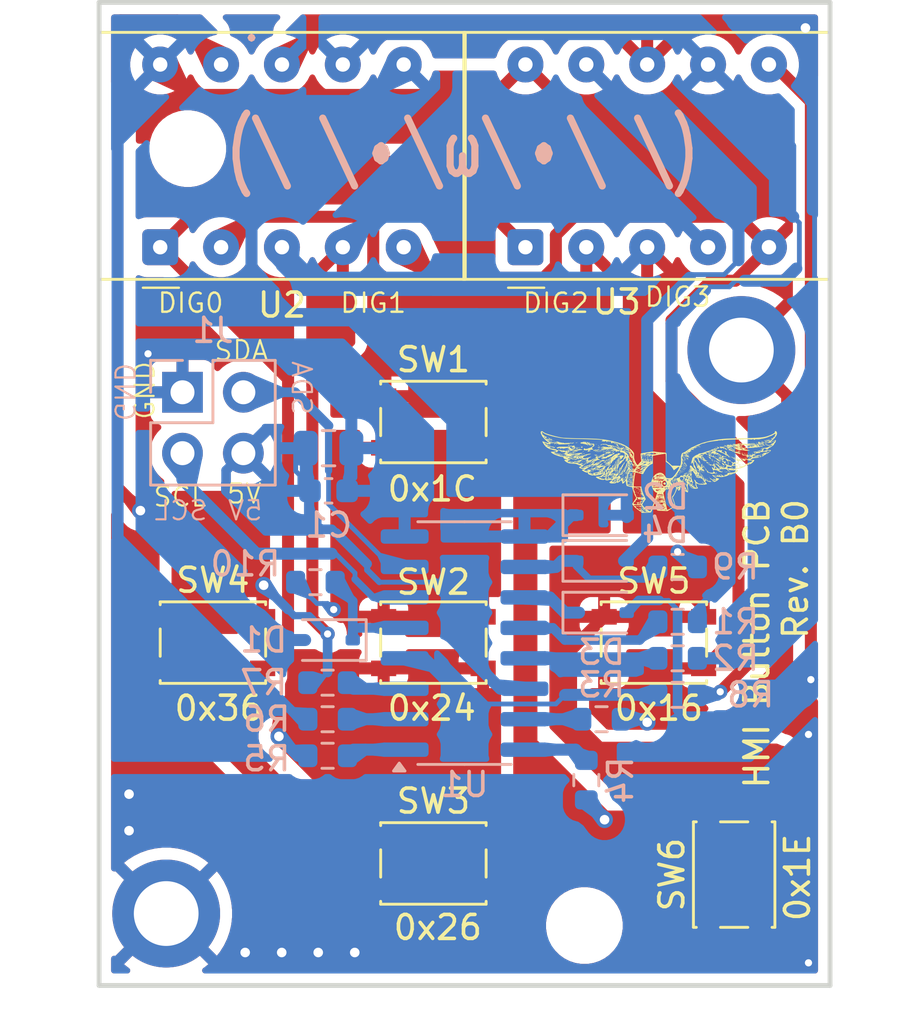
<source format=kicad_pcb>
(kicad_pcb (version 20241229) (generator "pcbnew") (generator_version "9.0")
  (title_block (title "HMI Button PCB") (date "2025-08-01") (rev "B0"))
  (layers (0 "F.Cu" signal) (2 "B.Cu" signal) (13 "F.Paste" user) (15 "B.Paste" user) (5 "F.SilkS" user "F.Silkscreen") (7 "B.SilkS" user "B.Silkscreen") (1 "F.Mask" user) (3 "B.Mask" user) (25 "Edge.Cuts" user))
  (net 0 "")
  (net 1 "Net-(D1-A)")
  (net 2 "/DIG0")
  (net 3 "/DIG1")
  (net 4 "Net-(D2-A)")
  (net 5 "Net-(D3-A)")
  (net 6 "/DIG3")
  (net 7 "/DIG2")
  (net 8 "Net-(D4-A)")
  (net 9 "GND")
  (net 10 "+5V")
  (net 11 "/SCL")
  (net 12 "/SDA")
  (net 13 "/SEG0")
  (net 14 "Net-(U1-SEG0)")
  (net 15 "/SEG1")
  (net 16 "Net-(U1-SEG1)")
  (net 17 "/SEG2")
  (net 18 "Net-(U1-SEG2)")
  (net 19 "/SEG3")
  (net 20 "Net-(U1-SEG3)")
  (net 21 "Net-(U1-SEG4)")
  (net 22 "/SEG4")
  (net 23 "/SEG5")
  (net 24 "Net-(U1-SEG5)")
  (net 25 "/SEG6")
  (net 26 "Net-(U1-SEG6)")
  (net 27 "/SEG7")
  (net 28 "Net-(U1-SEG7)")
  (net 29 "Net-(R9-Pad1)")
  (net 30 "Net-(R10-Pad1)")
  (footprint "Button_Switch_SMD:SW_SPST_PTS810" (layer "F.Cu") (at 143.95 97.5)
    (property "Reference" "SW1")
    (property "Value" "SW_Push_45deg")
  )
  (footprint "MountingHole:MountingHole_2.7mm_M2.5_ISO7380" (layer "F.Cu") (at 150.25 118.5)
    (property "Reference" "H2")
    (property "Value" "MountingHole")
  )
  (footprint "Button_Switch_SMD:SW_SPST_PTS810" (layer "F.Cu") (at 153.15 106.7 180)
    (property "Reference" "SW5")
    (property "Value" "SW_Push_45deg")
  )
  (footprint "Button_Switch_SMD:SW_SPST_PTS810" (layer "F.Cu") (at 134.75 106.7)
    (property "Reference" "SW4")
    (property "Value" "SW_Push_45deg")
  )
  (footprint "MountingHole:MountingHole_2.7mm_M2.5_ISO14580_Pad_TopBottom" (layer "F.Cu") (at 156.8 94.5)
    (property "Reference" "H3")
    (property "Value" "MountingHole_Pad")
  )
  (footprint "Button_Switch_SMD:SW_SPST_PTS810" (layer "F.Cu") (at 156.5 116.375 90)
    (property "Reference" "SW6")
    (property "Value" "SW_Push_45deg")
  )
  (footprint "This:7seg_2dig" (layer "F.Cu") (at 132.55 90.21 90)
    (property "Reference" "U2")
    (property "Value" "2281AS")
  )
  (footprint "This:maglab_logo" (layer "F.Cu") (at 153.378 99.608)
    (property "Reference" "G***" (hide yes))
    (property "Value" "LOGO" (hide yes))
  )
  (footprint "Button_Switch_SMD:SW_SPST_PTS810" (layer "F.Cu") (at 143.95 106.7 180)
    (property "Reference" "SW2")
    (property "Value" "SW_Push_45deg")
  )
  (footprint "This:7seg_2dig" (layer "F.Cu") (at 147.79 90.21 90)
    (property "Reference" "U3")
    (property "Value" "2281AS")
  )
  (footprint "Button_Switch_SMD:SW_SPST_PTS810" (layer "F.Cu") (at 143.95 115.91)
    (property "Reference" "SW3")
    (property "Value" "SW_Push_45deg")
  )
  (footprint "MountingHole:MountingHole_2.7mm_M2.5_ISO14580_Pad_TopBottom" (layer "F.Cu") (at 132.8 118)
    (property "Reference" "H4")
    (property "Value" "MountingHole_Pad")
  )
  (footprint "Resistor_SMD:R_0603_1608Metric" (layer "B.Cu") (at 139.535 108.371)
    (property "Reference" "R7")
    (property "Value" "330")
  )
  (footprint "Resistor_SMD:R_0603_1608Metric" (layer "B.Cu") (at 150.33 112.435 90)
    (property "Reference" "R4")
    (property "Value" "330")
  )
  (footprint "Resistor_SMD:R_0603_1608Metric" (layer "B.Cu") (at 154.14 108.879 180)
    (property "Reference" "R8")
    (property "Value" "330")
  )
  (footprint "Diode_SMD:D_SOD-323" (layer "B.Cu") (at 150.965 103.291)
    (property "Reference" "D4")
    (property "Value" "D")
  )
  (footprint "Resistor_SMD:R_0603_1608Metric" (layer "B.Cu") (at 139.027 104.18)
    (property "Reference" "R10")
    (property "Value" "10k")
  )
  (footprint "Resistor_SMD:R_0603_1608Metric" (layer "B.Cu") (at 154.14 103.545 180)
    (property "Reference" "R9")
    (property "Value" "10k")
  )
  (footprint "Capacitor_SMD:C_0603_1608Metric" (layer "B.Cu") (at 139.576 100.37)
    (property "Reference" "C1")
    (property "Value" "100n")
  )
  (footprint "Resistor_SMD:R_0603_1608Metric" (layer "B.Cu") (at 139.535 111.419)
    (property "Reference" "R5")
    (property "Value" "330")
  )
  (footprint "Diode_SMD:D_SOD-323" (layer "B.Cu") (at 139.535 106.593 180)
    (property "Reference" "D1")
    (property "Value" "D")
  )
  (footprint "Diode_SMD:D_SOD-323" (layer "B.Cu") (at 150.965 101.386)
    (property "Reference" "D2")
    (property "Value" "D")
  )
  (footprint "Capacitor_SMD:C_0805_2012Metric" (layer "B.Cu") (at 139.576 98.592)
    (property "Reference" "C2" (hide yes))
    (property "Value" "1u")
  )
  (footprint "Package_SO:SOP-16_3.9x9.9mm_P1.27mm" (layer "B.Cu") (at 145.25 106.72)
    (property "Reference" "U1")
    (property "Value" "CH455G")
  )
  (footprint "Resistor_SMD:R_0603_1608Metric" (layer "B.Cu") (at 154.14 107.355 180)
    (property "Reference" "R2")
    (property "Value" "330")
  )
  (footprint "Connector_PinSocket_2.54mm:PinSocket_2x02_P2.54mm_Vertical" (layer "B.Cu") (at 133.48 96.26 180)
    (property "Reference" "J1")
    (property "Value" "IIC_IF")
  )
  (footprint "Resistor_SMD:R_0603_1608Metric" (layer "B.Cu") (at 150.965 109.895 180)
    (property "Reference" "R3")
    (property "Value" "330")
  )
  (footprint "MountingHole:MountingHole_2.7mm_M2.5_ISO7380" (layer "B.Cu") (at 133.7 86.1 180)
    (property "Reference" "H1")
    (property "Value" "MountingHole")
  )
  (footprint "Resistor_SMD:R_0603_1608Metric" (layer "B.Cu") (at 139.535 109.895)
    (property "Reference" "R6")
    (property "Value" "330")
  )
  (footprint "Resistor_SMD:R_0603_1608Metric" (layer "B.Cu") (at 154.14 105.831 180)
    (property "Reference" "R1")
    (property "Value" "330")
  )
  (footprint "Diode_SMD:D_SOD-323" (layer "B.Cu") (at 150.965 105.45)
    (property "Reference" "D3")
    (property "Value" "D")
  )
  (gr_line (start 160.5 121) (end 160.5 80) (stroke (width 0.2)) (layer "Edge.Cuts"))
  (gr_line (start 130 121) (end 160.5 121) (stroke (width 0.2)) (layer "Edge.Cuts"))
  (gr_line (start 130 80) (end 130 121) (stroke (width 0.2)) (layer "Edge.Cuts"))
  (gr_line (start 160.5 80) (end 130 80) (stroke (width 0.2)) (layer "Edge.Cuts"))
  (gr_text "0x36" (at 133.058 110.022 0) (layer "F.SilkS") (effects (font (size 1 1)) (justify left bottom)))
  (gr_text "DIG0" (at 133.82 93.004 0) (layer "F.SilkS") (effects (font (size 0.8 0.8) (thickness 0.1)) (justify bottom)))
  (gr_text "0x26" (at 142.202 119.166 0) (layer "F.SilkS") (effects (font (size 1 1)) (justify left bottom)))
  (gr_text "SDA" (at 134.75 94.99 0) (layer "F.SilkS") (effects (font (size 0.8 0.8) (thickness 0.09)) (justify left bottom)))
  (gr_text "SCL" (at 132.21 101.086 0) (layer "F.SilkS") (effects (font (size 0.8 0.8) (thickness 0.09)) (justify left bottom)))
  (gr_text "DIG2" (at 149.06 93.004 0) (layer "F.SilkS") (effects (font (size 0.8 0.8) (thickness 0.1)) (justify bottom)))
  (gr_text "${TITLE}\nRev. ${REVISION}" (at 159.642 100.624 90) (layer "F.SilkS") (effects (font (size 1 1)) (justify right bottom)))
  (gr_text "5V" (at 135.28 100.96 0) (layer "F.SilkS") (effects (font (size 0.8 0.8) (thickness 0.09)) (justify left bottom)))
  (gr_text "DIG1" (at 141.44 93.004 0) (layer "F.SilkS") (effects (font (size 0.8 0.8) (thickness 0.1)) (justify bottom)))
  (gr_text "DIG3" (at 154.14 92.75 0) (layer "F.SilkS") (effects (font (size 0.8 0.8) (thickness 0.1)) (justify bottom)))
  (gr_text "0x24" (at 141.948 110.022 0) (layer "F.SilkS") (effects (font (size 1 1)) (justify left bottom)))
  (gr_text "GND" (at 132.38 97.46 90) (layer "F.SilkS") (effects (font (size 0.8 0.8) (thickness 0.09)) (justify left bottom)))
  (gr_text "0x1E" (at 159.728 118.404 90) (layer "F.SilkS") (effects (font (size 1 1)) (justify left bottom)))
  (gr_text "0x1C" (at 141.948 100.878 0) (layer "F.SilkS") (effects (font (size 1 1)) (justify left bottom)))
  (gr_text "0x16" (at 151.426012 110.022 0) (layer "F.SilkS") (effects (font (size 1 1)) (justify left bottom)))
  (gr_text "•" (at 136.36 81.066 180) (layer "B.SilkS") (effects (font (size 0.8 0.8) (thickness 0.1)) (justify bottom mirror)))
  (gr_text "GND" (at 130.58 97.53 270) (layer "B.SilkS") (effects (font (size 0.8 0.8) (thickness 0.09)) (justify left bottom mirror)))
  (gr_text "SDA" (at 137.98 97.26 270) (layer "B.SilkS") (effects (font (size 0.8 0.8) (thickness 0.09)) (justify left bottom mirror)))
  (gr_text "SCL" (at 134.58 101.66 0) (layer "B.SilkS") (effects (font (size 0.8 0.8) (thickness 0.09)) (justify left bottom mirror)))
  (gr_text "(⁄ ⁄•⁄ω⁄•⁄ ⁄)" (at 145.164 87.416 0) (layer "B.SilkS") (effects (font (size 2.2 1.55) (thickness 0.3) (bold yes)) (justify bottom mirror)))
  (gr_text "5V" (at 136.88 101.66 0) (layer "B.SilkS") (effects (font (size 0.8 0.8) (thickness 0.09)) (justify left bottom mirror)))
  (segment (start 133.251 80.751) (end 130.901 80.751) (width 0.5) (layer "F.Cu") (net 1))
  (segment (start 135.09 82.59) (end 133.251 80.751) (width 0.5) (layer "F.Cu") (net 1))
  (segment (start 130.901 80.751) (end 130.772 80.88) (width 0.5) (layer "F.Cu") (net 1))
  (segment (start 130.8165 100.2875) (end 131.7245 101.1955) (width 0.5) (layer "F.Cu") (net 1))
  (segment (start 135.09 82.59) (end 134.704 82.59) (width 0.2) (layer "F.Cu") (net 1))
  (segment (start 130.772 80.88) (end 130.772 100.2875) (width 0.5) (layer "F.Cu") (net 1))
  (via (at 131.7245 101.1955) (size 0.7) (drill 0.4) (layers "F.Cu" "B.Cu") (net 1))
  (segment (start 137.122 106.593) (end 138.5975 106.593) (width 0.5) (layer "B.Cu") (net 1))
  (segment (start 131.7245 101.1955) (end 137.122 106.593) (width 0.5) (layer "B.Cu") (net 1))
  (segment (start 139.852 104.243) (end 139.852 104.18) (width 0.2) (layer "B.Cu") (net 2))
  (segment (start 140.585 104.976) (end 139.852 104.243) (width 0.4) (layer "B.Cu") (net 2))
  (segment (start 140.5995 106.212) (end 140.585 106.212) (width 0.4) (layer "B.Cu") (net 2))
  (segment (start 140.7265 106.085) (end 140.5995 106.212) (width 0.4) (layer "B.Cu") (net 2))
  (segment (start 142.75 106.085) (end 140.7265 106.085) (width 0.4) (layer "B.Cu") (net 2))
  (segment (start 140.585 106.593) (end 140.585 104.976) (width 0.4) (layer "B.Cu") (net 2))
  (segment (start 140.585 106.2265) (end 140.585 106.593) (width 0.4) (layer "B.Cu") (net 2))
  (segment (start 140.5995 106.212) (end 140.585 106.2265) (width 0.4) (layer "B.Cu") (net 2))
  (segment (start 148.806 102.275) (end 149.695 101.386) (width 0.5) (layer "B.Cu") (net 3))
  (segment (start 149.695 101.386) (end 149.915 101.386) (width 0.5) (layer "B.Cu") (net 3))
  (segment (start 147.75 102.275) (end 148.806 102.275) (width 0.5) (layer "B.Cu") (net 3))
  (segment (start 145.758 93.004) (end 138.011 93.004) (width 0.5) (layer "B.Cu") (net 4))
  (segment (start 152.015 99.261) (end 145.758 93.004) (width 0.5) (layer "B.Cu") (net 4))
  (segment (start 152.015 101.4645) (end 152.015 99.515) (width 0.5) (layer "B.Cu") (net 4))
  (segment (start 138.011 93.004) (end 136.36 91.353) (width 0.5) (layer "B.Cu") (net 4))
  (segment (start 152.015 99.515) (end 152.015 99.261) (width 0.5) (layer "B.Cu") (net 4))
  (segment (start 136.36 88.94) (end 142.71 82.59) (width 0.5) (layer "B.Cu") (net 4))
  (segment (start 136.36 91.353) (end 136.36 88.94) (width 0.5) (layer "B.Cu") (net 4))
  (segment (start 158.148 82.59) (end 157.95 82.59) (width 0.2) (layer "F.Cu") (net 5))
  (segment (start 159.7 84.142) (end 158.148 82.59) (width 0.5) (layer "F.Cu") (net 5))
  (segment (start 159.7 108.244) (end 159.7 84.142) (width 0.5) (layer "F.Cu") (net 5))
  (via (at 159.7 108.244) (size 0.6) (drill 0.3) (layers "F.Cu" "B.Cu") (net 5))
  (segment (start 154.14 109.505532) (end 154.402468 109.768) (width 0.4) (layer "B.Cu") (net 5))
  (segment (start 154.14 105.45) (end 154.14 109.505532) (width 0.4) (layer "B.Cu") (net 5))
  (segment (start 158.176 109.768) (end 159.7 108.244) (width 0.5) (layer "B.Cu") (net 5))
  (segment (start 155.791 109.768) (end 158.176 109.768) (width 0.5) (layer "B.Cu") (net 5))
  (segment (start 152.523 104.942) (end 153.378 104.942) (width 0.4) (layer "B.Cu") (net 5))
  (segment (start 152.015 105.45) (end 152.523 104.942) (width 0.4) (layer "B.Cu") (net 5))
  (segment (start 154.14 105.323) (end 154.14 105.45) (width 0.2) (layer "B.Cu") (net 5))
  (segment (start 153.759 104.942) (end 154.14 105.323) (width 0.2) (layer "B.Cu") (net 5))
  (segment (start 153.378 104.942) (end 153.759 104.942) (width 0.2) (layer "B.Cu") (net 5))
  (segment (start 154.402468 109.768) (end 155.791 109.768) (width 0.4) (layer "B.Cu") (net 5))
  (segment (start 148.806 104.815) (end 149.441 105.45) (width 0.5) (layer "B.Cu") (net 6))
  (segment (start 149.441 105.45) (end 150.0275 105.45) (width 0.5) (layer "B.Cu") (net 6))
  (segment (start 147.75 104.815) (end 148.806 104.815) (width 0.5) (layer "B.Cu") (net 6))
  (segment (start 152.807 104.053) (end 153.315 103.545) (width 0.2) (layer "B.Cu") (net 7))
  (segment (start 149.915 103.511) (end 150.457 104.053) (width 0.3) (layer "B.Cu") (net 7))
  (segment (start 149.915 103.291) (end 149.915 103.511) (width 0.3) (layer "B.Cu") (net 7))
  (segment (start 149.06 103.545) (end 149.314 103.291) (width 0.5) (layer "B.Cu") (net 7))
  (segment (start 149.314 103.291) (end 149.915 103.291) (width 0.5) (layer "B.Cu") (net 7))
  (segment (start 147.75 103.545) (end 149.06 103.545) (width 0.5) (layer "B.Cu") (net 7))
  (segment (start 150.457 104.053) (end 152.807 104.053) (width 0.3) (layer "B.Cu") (net 7))
  (segment (start 154.775 91.353) (end 156.08 91.353) (width 0.2) (layer "B.Cu") (net 8))
  (segment (start 152.87 102.3235) (end 152.87 93.258) (width 0.5) (layer "B.Cu") (net 8))
  (segment (start 156.68 90.753) (end 156.68 88.94) (width 0.5) (layer "B.Cu") (net 8))
  (segment (start 151.9025 103.291) (end 152.87 102.3235) (width 0.5) (layer "B.Cu") (net 8))
  (segment (start 156.08 91.353) (end 156.68 90.753) (width 0.2) (layer "B.Cu") (net 8))
  (segment (start 156.68 88.94) (end 150.33 82.59) (width 0.5) (layer "B.Cu") (net 8))
  (segment (start 152.87 93.258) (end 154.648 91.48) (width 0.5) (layer "B.Cu") (net 8))
  (segment (start 154.648 91.48) (end 154.775 91.353) (width 0.2) (layer "B.Cu") (net 8))
  (segment (start 159.474 111.038) (end 158.712 110.276) (width 0.2) (layer "F.Cu") (net 9))
  (segment (start 158.712 110.276) (end 158.712 96.412) (width 0.5) (layer "F.Cu") (net 9))
  (segment (start 132.8 118) (end 135.199 120.399) (width 0.2) (layer "F.Cu") (net 9))
  (segment (start 130.889 116.089) (end 132.8 118) (width 0.2) (layer "F.Cu") (net 9))
  (segment (start 135.199 120.399) (end 158.241 120.399) (width 0.2) (layer "F.Cu") (net 9))
  (segment (start 132.423 104.112) (end 131.25 105.285) (width 0.2) (layer "F.Cu") (net 9))
  (segment (start 131.25 105.285) (end 131.25 113.02) (width 0.2) (layer "F.Cu") (net 9))
  (segment (start 131.915 96.26) (end 131.915 99.735) (width 0.2) (layer "F.Cu") (net 9))
  (segment (start 132.423 100.243) (end 132.423 104.112) (width 0.2) (layer "F.Cu") (net 9))
  (segment (start 130.889 114.905) (end 130.889 116.089) (width 0.2) (layer "F.Cu") (net 9))
  (segment (start 133.48 96.26) (end 131.915 96.26) (width 0.2) (layer "F.Cu") (net 9))
  (segment (start 159.474 119.166) (end 159.474 111.038) (width 0.2) (layer "F.Cu") (net 9))
  (segment (start 131.915 99.735) (end 132.423 100.243) (width 0.2) (layer "F.Cu") (net 9))
  (segment (start 131.25 113.02) (end 131.25 114.544) (width 0.2) (layer "F.Cu") (net 9))
  (segment (start 158.712 96.412) (end 156.8 94.5) (width 0.2) (layer "F.Cu") (net 9))
  (segment (start 131.25 114.544) (end 130.889 114.905) (width 0.2) (layer "F.Cu") (net 9))
  (segment (start 158.241 120.399) (end 159.474 119.166) (width 0.2) (layer "F.Cu") (net 9))
  (via (at 132.042 94.655) (size 0.6) (drill 0.3) (layers "F.Cu" "B.Cu") (net 9))
  (via (at 159.601 120.055) (size 0.6) (drill 0.3) (layers "F.Cu" "B.Cu") (net 9))
  (via (at 131.25 113.02) (size 0.7) (drill 0.4) (layers "F.Cu" "B.Cu") (net 9))
  (via (at 137.62 119.624) (size 0.7) (drill 0.4) (layers "F.Cu" "B.Cu") (net 9))
  (via (at 136.096 119.624) (size 0.7) (drill 0.4) (layers "F.Cu" "B.Cu") (net 9))
  (via (at 131.25 114.544) (size 0.7) (drill 0.4) (layers "F.Cu" "B.Cu") (net 9))
  (via (at 159.601 110.53) (size 0.6) (drill 0.3) (layers "F.Cu" "B.Cu") (net 9))
  (via (at 140.668 119.624) (size 0.7) (drill 0.4) (layers "F.Cu" "B.Cu") (net 9))
  (via (at 139.144 119.624) (size 0.7) (drill 0.4) (layers "F.Cu" "B.Cu") (net 9))
  (segment (start 133.48 94.782) (end 133.48 96.26) (width 0.2) (layer "B.Cu") (net 9))
  (segment (start 142.75 96.854) (end 140.678 94.782) (width 0.2) (layer "B.Cu") (net 9))
  (segment (start 140.678 94.782) (end 133.48 94.782) (width 0.2) (layer "B.Cu") (net 9))
  (segment (start 142.75 102.275) (end 142.75 98.592) (width 0.2) (layer "B.Cu") (net 9))
  (segment (start 142.75 98.592) (end 142.75 96.854) (width 0.2) (layer "B.Cu") (net 9))
  (segment (start 139.1975 101.9775) (end 137.9775 101.9775) (width 0.5) (layer "B.Cu") (net 10))
  (segment (start 137.9775 101.9775) (end 137.1 101.1) (width 0.5) (layer "B.Cu") (net 10))
  (segment (start 139.703 101.975) (end 139.2 101.975) (width 0.4) (layer "B.Cu") (net 10))
  (segment (start 143.98 104.18) (end 141.694 104.18) (width 0.2) (layer "B.Cu") (net 10))
  (segment (start 138.204 99.547) (end 138.204 98.592) (width 0.2) (layer "B.Cu") (net 10))
  (segment (start 146.750001 108.625) (end 145.25 107.124999) (width 0.5) (layer "B.Cu") (net 10))
  (segment (start 136.02 98.8) (end 135.3 99.52) (width 0.4) (layer "B.Cu") (net 10))
  (segment (start 139.897 102.129) (end 139.857 102.129) (width 0.4) (layer "B.Cu") (net 10))
  (segment (start 147.75 108.625) (end 146.750001 108.625) (width 0.2) (layer "B.Cu") (net 10))
  (segment (start 139.2 101.975) (end 139.1975 101.9775) (width 0.4) (layer "B.Cu") (net 10))
  (segment (start 139.857 102.129) (end 139.703 101.975) (width 0.4) (layer "B.Cu") (net 10))
  (segment (start 138.379 99.722) (end 138.204 99.547) (width 0.2) (layer "B.Cu") (net 10))
  (segment (start 135.3 99.52) (end 135.3 100.3) (width 0.4) (layer "B.Cu") (net 10))
  (segment (start 141.186 103.672) (end 141.186 103.418) (width 0.25) (layer "B.Cu") (net 10))
  (segment (start 141.186 103.418) (end 139.897 102.129) (width 0.4) (layer "B.Cu") (net 10))
  (segment (start 136.02 98.82) (end 136.02 98.8) (width 0.5) (layer "B.Cu") (net 10))
  (segment (start 138.204 98.592) (end 138.204 98.304) (width 0.2) (layer "B.Cu") (net 10))
  (segment (start 138.379 100.37) (end 138.379 99.722) (width 0.2) (layer "B.Cu") (net 10))
  (segment (start 145.25 105.45) (end 144.234 104.434) (width 0.5) (layer "B.Cu") (net 10))
  (segment (start 141.694 104.18) (end 141.186 103.672) (width 0.25) (layer "B.Cu") (net 10))
  (segment (start 137.02 97.8) (end 136.02 98.8) (width 0.2) (layer "B.Cu") (net 10))
  (segment (start 144.234 104.434) (end 143.98 104.18) (width 0.4) (layer "B.Cu") (net 10))
  (segment (start 145.25 107.124999) (end 145.25 105.45) (width 0.5) (layer "B.Cu") (net 10))
  (segment (start 139.87 102.991) (end 140.678 103.799) (width 0.2) (layer "B.Cu") (net 11))
  (segment (start 139.703 102.991) (end 139.87 102.991) (width 0.2) (layer "B.Cu") (net 11))
  (segment (start 140.678 103.799) (end 140.678 104.053) (width 0.2) (layer "B.Cu") (net 11))
  (segment (start 141.44 104.815) (end 140.678 104.053) (width 0.3) (layer "B.Cu") (net 11))
  (segment (start 136.568 102.991) (end 133.48 99.903) (width 0.5) (layer "B.Cu") (net 11))
  (segment (start 133.48 99.903) (end 133.48 98.8) (width 0.5) (layer "B.Cu") (net 11))
  (segment (start 142.75 104.815) (end 141.44 104.815) (width 0.3) (layer "B.Cu") (net 11))
  (segment (start 136.568 102.991) (end 139.703 102.991) (width 0.5) (layer "B.Cu") (net 11))
  (segment (start 142.75 103.545) (end 142.202 103.545) (width 0.2) (layer "B.Cu") (net 12))
  (segment (start 138.179 96.26) (end 136.02 96.26) (width 0.4) (layer "B.Cu") (net 12))
  (segment (start 142.202 103.545) (end 139.576 100.919) (width 0.2) (layer "B.Cu") (net 12))
  (segment (start 139.576 100.919) (end 139.576 99.586) (width 0.2) (layer "B.Cu") (net 12))
  (segment (start 139.576 97.657) (end 138.179 96.26) (width 0.4) (layer "B.Cu") (net 12))
  (segment (start 139.576 99.538) (end 139.576 97.705) (width 0.3) (layer "B.Cu") (net 12))
  (segment (start 156.086 102.991) (end 156.086 104.18) (width 0.2) (layer "B.Cu") (net 13))
  (segment (start 158.585 91.607) (end 156.934 91.607) (width 0.5) (layer "B.Cu") (net 13))
  (segment (start 153.886 93.385) (end 153.886 100.791) (width 0.5) (layer "B.Cu") (net 13))
  (segment (start 155.41 82.59) (end 154.14 81.32) (width 0.5) (layer "B.Cu") (net 13))
  (segment (start 155.283 91.988) (end 153.886 93.385) (width 0.5) (layer "B.Cu") (net 13))
  (segment (start 154.965 105.301) (end 156.086 104.18) (width 0.3) (layer "B.Cu") (net 13))
  (segment (start 156.299 91.861) (end 155.283 91.861) (width 0.2) (layer "B.Cu") (net 13))
  (segment (start 155.283 91.861) (end 155.283 91.988) (width 0.2) (layer "B.Cu") (net 13))
  (segment (start 156.934 91.607) (end 156.553 91.607) (width 0.2) (layer "B.Cu") (net 13))
  (segment (start 153.886 100.791) (end 154.8185 101.7235) (width 0.5) (layer "B.Cu") (net 13))
  (segment (start 158.839 88.813) (end 158.966 88.94) (width 0.5) (layer "B.Cu") (net 13))
  (segment (start 154.14 81.32) (end 141.44 81.32) (width 0.5) (layer "B.Cu") (net 13))
  (segment (start 159.22 89.194) (end 159.22 90.972) (width 0.2) (layer "B.Cu") (net 13))
  (segment (start 154.8185 101.7235) (end 156.086 102.991) (width 0.2) (layer "B.Cu") (net 13))
  (segment (start 159.093 91.099) (end 158.585 91.607) (width 0.5) (layer "B.Cu") (net 13))
  (segment (start 158.839 86.019) (end 158.839 88.813) (width 0.5) (layer "B.Cu") (net 13))
  (segment (start 159.22 90.972) (end 159.093 91.099) (width 0.2) (layer "B.Cu") (net 13))
  (segment (start 154.965 105.831) (end 154.965 105.301) (width 0.3) (layer "B.Cu") (net 13))
  (segment (start 156.553 91.607) (end 156.299 91.861) (width 0.2) (layer "B.Cu") (net 13))
  (segment (start 155.41 82.59) (end 158.839 86.019) (width 0.5) (layer "B.Cu") (net 13))
  (segment (start 141.44 81.32) (end 140.17 82.59) (width 0.5) (layer "B.Cu") (net 13))
  (segment (start 158.966 88.94) (end 159.22 89.194) (width 0.2) (layer "B.Cu") (net 13))
  (segment (start 147.75 106.085) (end 148.933 106.085) (width 0.4) (layer "B.Cu") (net 14))
  (segment (start 152.553 106.593) (end 153.315 105.831) (width 0.4) (layer "B.Cu") (net 14))
  (segment (start 148.933 106.085) (end 149.441 106.593) (width 0.4) (layer "B.Cu") (net 14))
  (segment (start 149.441 106.593) (end 152.553 106.593) (width 0.4) (layer "B.Cu") (net 14))
  (segment (start 152.87 80.812) (end 152.87 82.59) (width 0.5) (layer "F.Cu") (net 15))
  (segment (start 139.408 80.812) (end 137.63 82.59) (width 0.5) (layer "F.Cu") (net 15))
  (segment (start 159.22 80.812) (end 159.474 81.066) (width 0.5) (layer "F.Cu") (net 15))
  (segment (start 152.87 80.812) (end 139.408 80.812) (width 0.5) (layer "F.Cu") (net 15))
  (segment (start 153.594339 80.812) (end 159.22 80.812) (width 0.5) (layer "F.Cu") (net 15))
  (segment (start 153.594339 80.812) (end 152.87 80.812) (width 0.5) (layer "F.Cu") (net 15))
  (via (at 159.474 81.066) (size 0.7) (drill 0.4) (layers "F.Cu" "B.Cu") (net 15))
  (segment (start 159.728 103.739) (end 159.728 92.369) (width 0.5) (layer "B.Cu") (net 15))
  (segment (start 159.728 91.734) (end 159.855 91.607) (width 0.2) (layer "B.Cu") (net 15))
  (segment (start 154.965 107.355) (end 156.112 107.355) (width 0.5) (layer "B.Cu") (net 15))
  (segment (start 159.855 91.607) (end 159.855 88.94) (width 0.2) (layer "B.Cu") (net 15))
  (segment (start 159.728 81.32) (end 159.474 81.066) (width 0.4) (layer "B.Cu") (net 15))
  (segment (start 159.728 92.369) (end 159.728 91.734) (width 0.2) (layer "B.Cu") (net 15))
  (segment (start 159.728 88.686) (end 159.728 81.32) (width 0.4) (layer "B.Cu") (net 15))
  (segment (start 159.855 88.813) (end 159.728 88.686) (width 0.2) (layer "B.Cu") (net 15))
  (segment (start 159.855 88.94) (end 159.855 88.813) (width 0.2) (layer "B.Cu") (net 15))
  (segment (start 156.112 107.355) (end 159.728 103.739) (width 0.5) (layer "B.Cu") (net 15))
  (segment (start 147.75 107.355) (end 153.315 107.355) (width 0.5) (layer "B.Cu") (net 16))
  (segment (start 155.225 107.775) (end 155.425 107.775) (width 0.2) (layer "F.Cu") (net 17))
  (segment (start 152.87 96.306) (end 152.87 90.21) (width 0.5) (layer "F.Cu") (net 17))
  (segment (start 156.68 106.32) (end 156.68 100.116) (width 0.5) (layer "F.Cu") (net 17))
  (segment (start 151.075 107.775) (end 152.87 107.775) (width 0.5) (layer "F.Cu") (net 17))
  (segment (start 156.68 100.116) (end 152.87 96.306) (width 0.5) (layer "F.Cu") (net 17))
  (segment (start 152.87 107.775) (end 155.225 107.775) (width 0.5) (layer "F.Cu") (net 17))
  (segment (start 155.225 107.775) (end 156.68 106.32) (width 0.5) (layer "F.Cu") (net 17))
  (segment (start 152.87 110.022) (end 152.87 107.775) (width 0.2) (layer "F.Cu") (net 17))
  (via (at 152.87 110.022) (size 0.7) (drill 0.4) (layers "F.Cu" "B.Cu") (net 17))
  (segment (start 152.743 109.895) (end 152.87 110.022) (width 0.2) (layer "B.Cu") (net 17))
  (segment (start 151.6 91.48) (end 138.138 91.48) (width 0.5) (layer "B.Cu") (net 17))
  (segment (start 138.138 91.48) (end 137.63 90.972) (width 0.5) (layer "B.Cu") (net 17))
  (segment (start 137.63 90.972) (end 137.63 90.21) (width 0.5) (layer "B.Cu") (net 17))
  (segment (start 152.87 90.21) (end 151.6 91.48) (width 0.5) (layer "B.Cu") (net 17))
  (segment (start 151.79 109.895) (end 152.743 109.895) (width 0.5) (layer "B.Cu") (net 17))
  (segment (start 150.14 109.895) (end 147.75 109.895) (width 0.5) (layer "B.Cu") (net 18))
  (segment (start 140.932 88.94) (end 141.44 89.448) (width 0.5) (layer "F.Cu") (net 19))
  (segment (start 151.306 114.3) (end 151.092 114.086) (width 0.5) (layer "F.Cu") (net 19))
  (segment (start 155.425 118.45) (end 155.425 114.3) (width 0.5) (layer "F.Cu") (net 19))
  (segment (start 136.36 88.94) (end 140.932 88.94) (width 0.5) (layer "F.Cu") (net 19))
  (segment (start 135.09 90.21) (end 136.36 88.94) (width 0.5) (layer "F.Cu") (net 19))
  (segment (start 141.875 96.425) (end 146.025 96.425) (width 0.5) (layer "F.Cu") (net 19))
  (segment (start 141.44 89.448) (end 141.44 94.274) (width 0.5) (layer "F.Cu") (net 19))
  (segment (start 146.025 96.425) (end 147.655 96.425) (width 0.5) (layer "F.Cu") (net 19))
  (segment (start 155.425 114.3) (end 151.306 114.3) (width 0.5) (layer "F.Cu") (net 19))
  (segment (start 147.79 96.56) (end 147.79 110.784) (width 1) (layer "F.Cu") (net 19))
  (segment (start 147.79 110.784) (end 151.092 114.086) (width 0.5) (layer "F.Cu") (net 19))
  (segment (start 150.33 93.75) (end 150.33 90.21) (width 0.5) (layer "F.Cu") (net 19))
  (segment (start 141.44 94.274) (end 141.948 94.782) (width 0.5) (layer "F.Cu") (net 19))
  (segment (start 141.948 94.782) (end 141.948 96.352) (width 0.5) (layer "F.Cu") (net 19))
  (segment (start 147.655 96.425) (end 150.33 93.75) (width 0.5) (layer "F.Cu") (net 19))
  (segment (start 141.948 96.352) (end 141.875 96.425) (width 0.5) (layer "F.Cu") (net 19))
  (segment (start 147.655 96.425) (end 147.79 96.56) (width 0.2) (layer "F.Cu") (net 19))
  (via (at 151.092 114.086) (size 0.7) (drill 0.4) (layers "F.Cu" "B.Cu") (net 19))
  (segment (start 150.33 113.324) (end 151.092 114.086) (width 0.5) (layer "B.Cu") (net 19))
  (segment (start 150.33 113.26) (end 150.33 113.324) (width 0.2) (layer "B.Cu") (net 19))
  (segment (start 149.885 111.165) (end 147.75 111.165) (width 0.5) (layer "B.Cu") (net 20))
  (segment (start 150.33 111.61) (end 149.885 111.165) (width 0.5) (layer "B.Cu") (net 20))
  (segment (start 142.75 111.165) (end 140.614 111.165) (width 0.5) (layer "B.Cu") (net 21))
  (segment (start 140.614 111.165) (end 140.36 111.419) (width 0.2) (layer "B.Cu") (net 21))
  (segment (start 141.875 114.835) (end 141.675 114.835) (width 0.2) (layer "F.Cu") (net 22))
  (segment (start 132.55 90.21) (end 134.582 88.178) (width 0.5) (layer "F.Cu") (net 22))
  (segment (start 138.646 107.863) (end 138.646 108.371) (width 0.5) (layer "F.Cu") (net 22))
  (segment (start 137.884 95.544) (end 132.55 90.21) (width 0.5) (layer "F.Cu") (net 22))
  (segment (start 137.503 109.514) (end 137.503 110.612) (width 0.5) (layer "F.Cu") (net 22))
  (segment (start 134.582 88.178) (end 145.758 88.178) (width 0.5) (layer "F.Cu") (net 22))
  (segment (start 141.875 107.775) (end 138.734 107.775) (width 0.5) (layer "F.Cu") (net 22))
  (segment (start 137.884 107.101) (end 137.884 95.544) (width 0.5) (layer "F.Cu") (net 22))
  (segment (start 138.646 107.863) (end 137.884 107.101) (width 0.5) (layer "F.Cu") (net 22))
  (segment (start 133.023343 90.21) (end 132.55 90.21) (width 0.2) (layer "F.Cu") (net 22))
  (segment (start 146.025 107.775) (end 141.875 107.775) (width 0.5) (layer "F.Cu") (net 22))
  (segment (start 138.734 107.775) (end 138.646 107.863) (width 0.2) (layer "F.Cu") (net 22))
  (segment (start 132.55 90.25) (end 132.55 90.21) (width 0.5) (layer "F.Cu") (net 22))
  (segment (start 138.646 108.371) (end 137.503 109.514) (width 0.5) (layer "F.Cu") (net 22))
  (segment (start 141.875 114.835) (end 146.025 114.835) (width 0.5) (layer "F.Cu") (net 22))
  (segment (start 145.758 88.178) (end 147.79 90.21) (width 0.5) (layer "F.Cu") (net 22))
  (segment (start 141.675 114.835) (end 137.503 110.663) (width 0.5) (layer "F.Cu") (net 22))
  (segment (start 137.503 110.663) (end 137.503 110.612) (width 0.2) (layer "F.Cu") (net 22))
  (via (at 137.503 110.612) (size 0.7) (drill 0.4) (layers "F.Cu" "B.Cu") (net 22))
  (segment (start 138.31 111.419) (end 137.503 110.612) (width 0.5) (layer "B.Cu") (net 22))
  (segment (start 138.71 111.419) (end 138.31 111.419) (width 0.5) (layer "B.Cu") (net 22))
  (segment (start 132.55 82.59) (end 133.82 83.86) (width 0.5) (layer "F.Cu") (net 23))
  (segment (start 133.82 83.86) (end 146.52 83.86) (width 0.5) (layer "F.Cu") (net 23))
  (segment (start 146.52 83.86) (end 147.79 82.59) (width 0.5) (layer "F.Cu") (net 23))
  (segment (start 138.392 109.895) (end 130.884 102.387) (width 0.4) (layer "B.Cu") (net 23))
  (segment (start 138.71 109.895) (end 138.392 109.895) (width 0.2) (layer "B.Cu") (net 23))
  (segment (start 130.884 102.387) (end 130.772 102.275) (width 0.2) (layer "B.Cu") (net 23))
  (segment (start 130.772 102.275) (end 130.772 84.368) (width 0.5) (layer "B.Cu") (net 23))
  (segment (start 130.772 84.368) (end 132.55 82.59) (width 0.5) (layer "B.Cu") (net 23))
  (segment (start 142.75 109.895) (end 140.36 109.895) (width 0.5) (layer "B.Cu") (net 24))
  (segment (start 136.825 105.625) (end 136.825 104.35) (width 0.5) (layer "F.Cu") (net 25))
  (segment (start 140.17 90.21) (end 140.17 89.829) (width 0.5) (layer "F.Cu") (net 25))
  (segment (start 138.9 105.704) (end 138.9 95.544) (width 0.5) (layer "F.Cu") (net 25))
  (segment (start 138.9 95.544) (end 140.17 94.274) (width 0.5) (layer "F.Cu") (net 25))
  (segment (start 132.675 105.625) (end 136.825 105.625) (width 0.5) (layer "F.Cu") (net 25))
  (segment (start 139.535 106.339) (end 138.9 105.704) (width 0.5) (layer "F.Cu") (net 25))
  (segment (start 140.17 94.274) (end 140.17 90.209998) (width 0.5) (layer "F.Cu") (net 25))
  (segment (start 136.825 104.35) (end 136.868 104.307) (width 0.2) (layer "F.Cu") (net 25))
  (via (at 139.535 106.339) (size 0.6) (drill 0.3) (layers "F.Cu" "B.Cu") (net 25))
  (via (at 136.868 104.307) (size 0.7) (drill 0.4) (layers "F.Cu" "B.Cu") (net 25))
  (segment (start 138.71 108.371) (end 139.11 108.371) (width 0.2) (layer "B.Cu") (net 25))
  (segment (start 138.138 105.577) (end 137.884 105.323) (width 0.3) (layer "B.Cu") (net 25))
  (segment (start 154.14 88.94) (end 141.44 88.94) (width 0.5) (layer "B.Cu") (net 25))
  (segment (start 139.535 107.946) (end 139.535 106.339) (width 0.4) (layer "B.Cu") (net 25))
  (segment (start 138.773 105.577) (end 138.138 105.577) (width 0.3) (layer "B.Cu") (net 25))
  (segment (start 137.884 105.323) (end 136.868 104.307) (width 0.4) (layer "B.Cu") (net 25))
  (segment (start 141.44 88.94) (end 140.17 90.21) (width 0.5) (layer "B.Cu") (net 25))
  (segment (start 140.17 90.21) (end 140.17 90.209998) (width 0.2) (layer "B.Cu") (net 25))
  (segment (start 139.535 106.339) (end 138.773 105.577) (width 0.3) (layer "B.Cu") (net 25))
  (segment (start 139.11 108.371) (end 139.535 107.946) (width 0.2) (layer "B.Cu") (net 25))
  (segment (start 155.41 90.21) (end 154.14 88.94) (width 0.5) (layer "B.Cu") (net 25))
  (segment (start 140.614 108.625) (end 140.36 108.371) (width 0.2) (layer "B.Cu") (net 26))
  (segment (start 142.75 108.625) (end 140.614 108.625) (width 0.5) (layer "B.Cu") (net 26))
  (segment (start 143.98 91.48) (end 142.71 90.21) (width 0.5) (layer "F.Cu") (net 27))
  (segment (start 153.886 95.798) (end 153.886 93.258) (width 0.5) (layer "F.Cu") (net 27))
  (segment (start 157.95 90.21) (end 156.68 88.94) (width 0.5) (layer "F.Cu") (net 27))
  (segment (start 149.06 89.702) (end 149.06 90.972) (width 0.5) (layer "F.Cu") (net 27))
  (segment (start 157.696 99.608) (end 153.886 95.798) (width 0.5) (layer "F.Cu") (net 27))
  (segment (start 155.537 91.607) (end 156.553 91.607) (width 0.5) (layer "F.Cu") (net 27))
  (segment (start 157.696 106.974) (end 157.696 99.608) (width 0.5) (layer "F.Cu") (net 27))
  (segment (start 156.68 88.94) (end 149.822 88.94) (width 0.5) (layer "F.Cu") (net 27))
  (segment (start 155.918 108.752) (end 157.696 106.974) (width 0.5) (layer "F.Cu") (net 27))
  (segment (start 153.886 93.258) (end 155.537 91.607) (width 0.5) (layer "F.Cu") (net 27))
  (segment (start 149.06 90.972) (end 148.552 91.48) (width 0.5) (layer "F.Cu") (net 27))
  (segment (start 149.822 88.94) (end 149.06 89.702) (width 0.5) (layer "F.Cu") (net 27))
  (segment (start 148.552 91.48) (end 143.98 91.48) (width 0.5) (layer "F.Cu") (net 27))
  (segment (start 156.553 91.607) (end 157.95 90.21) (width 0.5) (layer "F.Cu") (net 27))
  (via (at 155.918 108.752) (size 0.6) (drill 0.3) (layers "F.Cu" "B.Cu") (net 27))
  (segment (start 155.791 108.879) (end 155.918 108.752) (width 0.2) (layer "B.Cu") (net 27))
  (segment (start 154.965 108.879) (end 155.791 108.879) (width 0.5) (layer "B.Cu") (net 27))
  (segment (start 149.06 109.26) (end 149.441 108.879) (width 0.2) (layer "B.Cu") (net 28))
  (segment (start 142.75 107.355) (end 143.568032 107.355) (width 0.2) (layer "B.Cu") (net 28))
  (segment (start 149.441 108.879) (end 153.315 108.879) (width 0.5) (layer "B.Cu") (net 28))
  (segment (start 145.473032 109.26) (end 149.06 109.26) (width 0.2) (layer "B.Cu") (net 28))
  (segment (start 143.568032 107.355) (end 145.473032 109.26) (width 0.5) (layer "B.Cu") (net 28))
  (segment (start 154.725 119.624) (end 151.561 116.46) (width 0.5) (layer "F.Cu") (net 29))
  (segment (start 134.781 109.819) (end 136.825 107.775) (width 0.5) (layer "F.Cu") (net 29))
  (segment (start 151.075 105.625) (end 149.695 107.005) (width 0.5) (layer "F.Cu") (net 29))
  (segment (start 157.575 113.838) (end 157.575 114.3) (width 0.2) (layer "F.Cu") (net 29))
  (segment (start 157.575 118.45) (end 157.575 114.3) (width 0.5) (layer "F.Cu") (net 29))
  (segment (start 132.675 107.775) (end 132.675 107.785) (width 0.2) (layer "F.Cu") (net 29))
  (segment (start 154.688 104.688) (end 155.225 105.225) (width 0.5) (layer "F.Cu") (net 29))
  (segment (start 154.288 104.688) (end 154.14 104.54) (width 0.2) (layer "F.Cu") (net 29))
  (segment (start 151.561 116.46) (end 147.896 116.46) (width 0.5) (layer "F.Cu") (net 29))
  (segment (start 150.884 111.084) (end 154.821 111.084) (width 0.5) (layer "F.Cu") (net 29))
  (segment (start 156.797 119.624) (end 154.725 119.624) (width 0.5) (layer "F.Cu") (net 29))
  (segment (start 149.695 107.005) (end 149.695 109.895) (width 0.5) (layer "F.Cu") (net 29))
  (segment (start 141.875 116.985) (end 134.709 109.819) (width 0.5) (layer "F.Cu") (net 29))
  (segment (start 157.575 118.45) (end 157.575 118.846) (width 0.5) (layer "F.Cu") (net 29))
  (segment (start 157.575 118.846) (end 156.797 119.624) (width 0.5) (layer "F.Cu") (net 29))
  (segment (start 154.821 111.084) (end 157.575 113.838) (width 0.5) (layer "F.Cu") (net 29))
  (segment (start 147.896 116.46) (end 147.272 117.084) (width 0.5) (layer "F.Cu") (net 29))
  (segment (start 134.709 109.819) (end 134.781 109.819) (width 0.2) (layer "F.Cu") (net 29))
  (segment (start 149.695 109.895) (end 150.884 111.084) (width 0.5) (layer "F.Cu") (net 29))
  (segment (start 146.025 116.985) (end 147.173 116.985) (width 0.2) (layer "F.Cu") (net 29))
  (segment (start 132.675 107.785) (end 134.709 109.819) (width 0.5) (layer "F.Cu") (net 29))
  (segment (start 154.288 104.688) (end 154.688 104.688) (width 0.5) (layer "F.Cu") (net 29))
  (segment (start 154.14 104.54) (end 154.14 102.91) (width 0.2) (layer "F.Cu") (net 29))
  (segment (start 155.225 105.625) (end 151.075 105.625) (width 0.5) (layer "F.Cu") (net 29))
  (segment (start 147.173 116.985) (end 147.272 117.084) (width 0.2) (layer "F.Cu") (net 29))
  (segment (start 146.025 116.985) (end 141.875 116.985) (width 0.5) (layer "F.Cu") (net 29))
  (segment (start 155.225 105.225) (end 155.225 105.625) (width 0.5) (layer "F.Cu") (net 29))
  (via (at 154.14 102.91) (size 0.6) (drill 0.3) (layers "F.Cu" "B.Cu") (net 29))
  (segment (start 154.775 103.545) (end 154.14 102.91) (width 0.5) (layer "B.Cu") (net 29))
  (segment (start 154.965 103.545) (end 154.775 103.545) (width 0.5) (layer "B.Cu") (net 29))
  (segment (start 141.875 105.625) (end 146.025 105.625) (width 0.5) (layer "F.Cu") (net 30))
  (segment (start 141.875 105.625) (end 140.091 105.625) (width 0.5) (layer "F.Cu") (net 30))
  (segment (start 141.875 105.625) (end 141.875 98.575) (width 0.5) (layer "F.Cu") (net 30))
  (segment (start 141.875 98.575) (end 146.025 98.575) (width 0.5) (layer "F.Cu") (net 30))
  (segment (start 140.091 105.625) (end 139.789 105.323) (width 0.5) (layer "F.Cu") (net 30))
  (via (at 139.789 105.323) (size 0.6) (drill 0.3) (layers "F.Cu" "B.Cu") (net 30))
  (segment (start 138.202 104.18) (end 139.091 105.069) (width 0.2) (layer "B.Cu") (net 30))
  (segment (start 139.535 105.069) (end 139.789 105.323) (width 0.2) (layer "B.Cu") (net 30))
  (segment (start 139.091 105.069) (end 139.535 105.069) (width 0.2) (layer "B.Cu") (net 30))
  (zone (net 17) (net_name "/SEG2") (layer "F.Cu") (priority 20) (connect_pads (clearance 0.5)) (min_thickness 0.25) (fill yes (thermal_gap 0.5) (thermal_bridge_width 0.5) (island_removal_mode 1) (island_area_min 10))
    (polygon (pts (xy 151.854 102.148) (xy 156.68 102.148) (xy 156.68 100.116) (xy 152.87 96.306) (xy 152.87 93.258) (xy 155.156 90.972) (xy 155.156 90.464) (xy 151.854 90.464)))
  )
  (zone (net 22) (net_name "/SEG4") (layer "F.Cu") (priority 14) (connect_pads (clearance 0.5)) (min_thickness 0.25) (fill yes (thermal_gap 0.5) (thermal_bridge_width 0.5))
    (polygon (pts (xy 138.138 96.306) (xy 138.138 89.448) (xy 142.456 89.448) (xy 143.98 90.972) (xy 148.552 90.972) (xy 148.552 89.194) (xy 149.06 88.686) (xy 149.06 86.4) (xy 131.534 86.4) (xy 131.534 89.702)))
  )
  (zone (net 15) (net_name "/SEG1") (layer "F.Cu") (priority 24) (connect_pads (clearance 0.5)) (min_thickness 0.25) (fill yes (thermal_gap 0.5) (thermal_bridge_width 0.5) (island_removal_mode 1) (island_area_min 10))
    (polygon (pts (xy 160.49 80.05) (xy 160.49 83.86) (xy 158.966 82.336) (xy 136.614 82.336) (xy 138.9 80.05)))
  )
  (zone (net 23) (net_name "/SEG5") (layer "F.Cu") (priority 23) (connect_pads (clearance 0.5)) (min_thickness 0.25) (fill yes (thermal_gap 0.5) (thermal_bridge_width 0.5) (island_removal_mode 1) (island_area_min 10))
    (polygon (pts (xy 146.52 82.844) (xy 147.79 81.574) (xy 149.06 82.844) (xy 149.06 85.892) (xy 131.534 85.892) (xy 131.534 82.59) (xy 133.566 82.59) (xy 133.82 82.844)))
  )
  (zone (net 29) (net_name "Net-(R9-Pad1)") (layer "F.Cu") (priority 21) (connect_pads (clearance 0.5)) (min_thickness 0.25) (fill yes (thermal_gap 0.5) (thermal_bridge_width 0.5) (island_removal_mode 1) (island_area_min 10))
    (polygon (pts (xy 156.172 106.232) (xy 156.172 102.656) (xy 148.679 102.656) (xy 148.679 110.149) (xy 151.727 113.197) (xy 156.68 113.197) (xy 156.68 119.801) (xy 157.823 119.801) (xy 159.22 118.404) (xy 159.22 110.911) (xy 150.965 110.911) (xy 149.822 109.768) (xy 149.822 106.455821) (xy 155.94954 106.436944)))
  )
  (zone (net 30) (net_name "Net-(R10-Pad1)") (layer "F.Cu") (priority 17) (connect_pads (clearance 0.5)) (min_thickness 0.25) (fill yes (thermal_gap 0.5) (thermal_bridge_width 0.5) (island_removal_mode 1) (island_area_min 10))
    (polygon (pts (xy 139.408 106.466) (xy 146.774 106.466) (xy 146.774 97.703) (xy 139.408 97.703)))
  )
  (zone (net 29) (net_name "Net-(R9-Pad1)") (layer "F.Cu") (priority 19) (connect_pads (clearance 0.5)) (min_thickness 0.25) (fill yes (thermal_gap 0.5) (thermal_bridge_width 0.5) (island_removal_mode 1) (island_area_min 10))
    (polygon (pts (xy 154.394 119.039) (xy 154.394 116.245) (xy 141.567 116.245) (xy 136.868 111.546) (xy 136.868 108.498) (xy 137.376 107.99) (xy 137.376 107.101) (xy 131.915 107.101) (xy 131.915 108.117) (xy 142.837 119.039)))
  )
  (zone (net 17) (net_name "/SEG2") (layer "F.Cu") (priority 3) (connect_pads (clearance 0.5)) (min_thickness 0.25) (fill yes (thermal_gap 0.5) (thermal_bridge_width 0.5))
    (polygon (pts (xy 155.918 106.974) (xy 150.584 106.974) (xy 150.33 107.228) (xy 150.33 109.768) (xy 151.092 110.53) (xy 154.394 110.53) (xy 155.918 109.006)))
  )
  (zone (net 19) (net_name "/SEG3") (layer "F.Cu") (priority 22) (connect_pads (clearance 0.5)) (min_thickness 0.25) (fill yes (thermal_gap 0.5) (thermal_bridge_width 0.5) (island_removal_mode 1) (island_area_min 10))
    (polygon (pts (xy 154.902 118.912) (xy 156.299 118.912) (xy 156.299 113.705) (xy 151.219 113.705) (xy 148.298 110.784) (xy 147.282 110.784) (xy 147.282 115.356) (xy 154.902 115.356)))
  )
  (zone (net 22) (net_name "/SEG4") (layer "F.Cu") (priority 16) (connect_pads (clearance 0.5)) (min_thickness 0.25) (fill yes (thermal_gap 0.5) (thermal_bridge_width 0.5) (island_removal_mode 1) (island_area_min 10))
    (polygon (pts (xy 146.774 115.737) (xy 146.774 106.974) (xy 137.757 106.974) (xy 137.757 110.657) (xy 142.837 115.737)))
  )
  (zone (net 9) (net_name "GND") (layer "F.Cu") (connect_pads (clearance 0.5)) (min_thickness 0.25) (fill yes (thermal_gap 0.5) (thermal_bridge_width 0.5) (island_removal_mode 2) (island_area_min 1))
    (polygon (pts (xy 130.01 80.05) (xy 160.49 80.05) (xy 160.49 120.944) (xy 130.01 120.944)))
  )
  (zone (net 27) (net_name "/SEG7") (layer "F.Cu") (priority 26) (connect_pads (clearance 0.5)) (min_thickness 0.25) (fill yes (thermal_gap 0.5) (thermal_bridge_width 0.5) (island_removal_mode 1) (island_area_min 10))
    (polygon (pts (xy 149.568 89.956) (xy 158.966 89.956) (xy 158.966 84.368) (xy 157.442 82.844) (xy 149.568 82.844)))
  )
  (zone (net 1) (net_name "Net-(D1-A)") (layer "F.Cu") (priority 27) (connect_pads (clearance 0.5)) (min_thickness 0.25) (fill yes (thermal_gap 0.5) (thermal_bridge_width 0.5) (island_removal_mode 1) (island_area_min 10))
    (polygon (pts (xy 130.01 80.05) (xy 133.82 80.05) (xy 136.106 82.336) (xy 131.788 82.336) (xy 130.01 84.114)))
  )
  (zone (net 0) (net_name "") (layer "F.Cu") (connect_pads (clearance 0)) (min_thickness 0.25)
    (keepout (tracks allowed) (vias allowed) (pads allowed) (copperpour not_allowed) (footprints allowed))
    (fill (thermal_gap 0.5) (thermal_bridge_width 0.5))
    (polygon (pts (xy 131.661 106.085) (xy 133.312 106.085) (xy 133.312 107.228) (xy 131.661 107.228)))
  )
  (zone (net 19) (net_name "/SEG3") (layer "F.Cu") (priority 18) (connect_pads (clearance 0.5)) (min_thickness 0.25) (fill yes (thermal_gap 0.5) (thermal_bridge_width 0.5))
    (polygon (pts (xy 151.346 90.464) (xy 151.346 102.148) (xy 147.282 102.148) (xy 147.282 97.322) (xy 139.408 97.322) (xy 139.408 96.052) (xy 141.44 94.02) (xy 141.44 90.337) (xy 142.583 91.48) (xy 149.568 91.48) (xy 149.568 90.464)))
  )
  (zone (net 25) (net_name "/SEG6") (layer "F.Cu") (priority 25) (connect_pads (clearance 0.5)) (min_thickness 0.25) (fill yes (thermal_gap 0.5) (thermal_bridge_width 0.5) (island_removal_mode 1) (island_area_min 10))
    (polygon (pts (xy 138.646 96.306) (xy 138.646 89.956) (xy 140.932 89.956) (xy 140.899445 94.026216)))
  )
  (zone (net 25) (net_name "/SEG6") (layer "F.Cu") (priority 31) (connect_pads (clearance 0.5)) (min_thickness 0.25) (fill yes (thermal_gap 0.5) (thermal_bridge_width 0.5) (island_removal_mode 1) (island_area_min 10))
    (polygon (pts (xy 132.169 106.339) (xy 132.169 105.196) (xy 132.804 104.561) (xy 132.804 100.37) (xy 136.487 100.37) (xy 137.757 99.1) (xy 137.757 106.339)))
  )
  (zone (net 0) (net_name "") (layer "B.Cu") (connect_pads (clearance 0.5)) (min_thickness 0.25) (fill yes (thermal_gap 0.5) (thermal_bridge_width 0.5) (island_removal_mode 1) (island_area_min 1))
    (polygon (pts (xy 134.074 80.05) (xy 138.646 80.05) (xy 136.36 82.336)))
  )
  (zone (net 5) (net_name "Net-(D3-A)") (layer "B.Cu") (priority 11) (connect_pads (clearance 0.5)) (min_thickness 0.25) (fill yes (thermal_gap 0.5) (thermal_bridge_width 0.5))
    (polygon (pts (xy 160.236 106.212) (xy 160.49 106.212) (xy 160.49 108.498) (xy 157.188 111.8) (xy 151.6 111.8) (xy 151.6 109.514) (xy 156.172 109.514) (xy 156.172 108.244) (xy 158.204 108.244)))
  )
  (zone (net 9) (net_name "GND") (layer "B.Cu") (priority 15) (connect_pads (clearance 0.5)) (min_thickness 0.25) (fill yes (thermal_gap 0.5) (thermal_bridge_width 0.5) (island_removal_mode 1) (island_area_min 10))
    (polygon (pts (xy 130.01 112.181) (xy 157.442 112.181) (xy 160.49 109.133) (xy 160.49 120.944) (xy 130.01 120.944)))
  )
  (zone (net 10) (net_name "+5V") (layer "B.Cu") (priority 10) (connect_pads (clearance 0.5)) (min_thickness 0.25) (fill yes (thermal_gap 0.5) (thermal_bridge_width 0.5))
    (polygon (pts (xy 146.52 108.879) (xy 143.98 106.339) (xy 143.98 103.037) (xy 146.52 103.037)))
  )
  (zone (net 28) (net_name "Net-(U1-SEG7)") (layer "B.Cu") (priority 12) (connect_pads (clearance 0.5)) (min_thickness 0.25) (fill yes (thermal_gap 0.5) (thermal_bridge_width 0.5))
    (polygon (pts (xy 143.98 106.847) (xy 146.52 109.387) (xy 146.52 111.673) (xy 143.98 111.673)))
  )
  (zone (net 4) (net_name "Net-(D2-A)") (layer "B.Cu") (priority 5) (connect_pads (clearance 0.5)) (min_thickness 0.25) (fill yes (thermal_gap 0.5) (thermal_bridge_width 0.5))
    (polygon (pts (xy 150.838 101.894) (xy 152.362 101.894) (xy 152.362 92.75) (xy 137.63 92.75) (xy 137.63 90.21) (xy 144.234 83.606) (xy 144.234 82.59) (xy 141.694 82.59) (xy 140.424 83.86) (xy 138.646 83.86) (xy 138.646 82.844) (xy 134.836 82.844) (xy 134.074 83.606) (xy 130.772 86.908) (xy 130.772 93.512) (xy 140.424 93.512) (xy 144.488 97.576) (xy 144.488 100.624) (xy 150.838 100.624)))
  )
  (zone (net 3) (net_name "/DIG1") (layer "B.Cu") (priority 4) (connect_pads (clearance 0.5)) (min_thickness 0.25) (fill yes (thermal_gap 0.5) (thermal_bridge_width 0.5))
    (polygon (pts (xy 144.234 102.529) (xy 144.234 101.005) (xy 149.568 101.005) (xy 149.568 102.529)))
  )
  (zone (net 1) (net_name "Net-(D1-A)") (layer "B.Cu") (priority 2) (connect_pads (clearance 0.5)) (min_thickness 0.25) (fill yes (thermal_gap 0.5) (thermal_bridge_width 0.5))
    (polygon (pts (xy 138.138 104.688) (xy 132.169 98.719) (xy 132.169 97.83) (xy 131.28 97.83) (xy 131.28 102.021) (xy 138.138 108.879)))
  )
  (zone (net 25) (net_name "/SEG6") (layer "B.Cu") (priority 4) (connect_pads (clearance 0.5)) (min_thickness 0.25) (fill yes (thermal_gap 0.5) (thermal_bridge_width 0.5) (island_removal_mode 1) (island_area_min 1))
    (polygon (pts (xy 138.646 89.702) (xy 144.488 83.86) (xy 144.488 82.59) (xy 148.806 82.59) (xy 156.172 89.956) (xy 138.646 89.956)))
  )
  (zone (net 13) (net_name "/SEG0") (layer "B.Cu") (priority 6) (connect_pads (clearance 0.5)) (min_thickness 0.25) (fill yes (thermal_gap 0.5) (thermal_bridge_width 0.5))
    (polygon (pts (xy 154.902 104.942) (xy 155.791 104.053) (xy 155.791 102.991) (xy 155.447947 102.656) (xy 155.156 102.656) (xy 154.013 101.513) (xy 154.013 93.131) (xy 155.283 91.861) (xy 156.68 91.861) (xy 156.68 104.18) (xy 154.902 105.831)))
  )
  (zone (net 10) (net_name "+5V") (layer "B.Cu") (priority 1) (connect_pads (clearance 0.5)) (min_thickness 0.25) (fill yes (thermal_gap 0.5) (thermal_bridge_width 0.5))
    (polygon (pts (xy 135.09 97.576) (xy 138.646 97.576) (xy 139.281 98.211) (xy 139.281 103.037) (xy 136.741 103.037) (xy 135.09 101.386)))
  )
  (zone (net 16) (net_name "Net-(U1-SEG1)") (layer "B.Cu") (priority 32) (connect_pads (clearance 0.5)) (min_thickness 0.25) (fill yes (thermal_gap 0.5) (thermal_bridge_width 0.5))
    (polygon (pts (xy 148.796 107.178) (xy 152.733 107.178) (xy 152.733 108.575) (xy 148.796 108.575)))
  )
  (zone (net 23) (net_name "/SEG5") (layer "B.Cu") (priority 28) (connect_pads (clearance 0.5)) (min_thickness 0.25) (fill yes (thermal_gap 0.5) (thermal_bridge_width 0.5) (island_removal_mode 2) (island_area_min 1))
    (polygon (pts (xy 130.01 80.05) (xy 133.82 80.05) (xy 135.344 81.574) (xy 130.01 86.908)))
  )
  (zone (net 9) (net_name "GND") (layer "B.Cu") (connect_pads (clearance 0.5)) (min_thickness 0.25) (fill yes (thermal_gap 0.5) (thermal_bridge_width 0.5))
    (polygon (pts (xy 131.28 97.068) (xy 134.455 97.068) (xy 134.455 95.417) (xy 134.963 94.909) (xy 137.249 94.909) (xy 139.916 97.576) (xy 139.916 101.132) (xy 141.694 102.91) (xy 143.98 102.783) (xy 143.98 97.576) (xy 140.297 93.893) (xy 131.28 93.893) (xy 131.28 93.893)))
  )
  (zone (net 8) (net_name "Net-(D4-A)") (layer "B.Cu") (priority 9) (connect_pads (clearance 0.5)) (min_thickness 0.25) (fill yes (thermal_gap 0.5) (thermal_bridge_width 0.5))
    (polygon (pts (xy 156.68 89.956) (xy 157.442 89.956) (xy 157.442 87.67) (xy 152.616 82.844) (xy 149.568 82.844)))
  )
  (zone (net 15) (net_name "/SEG1") (layer "B.Cu") (priority 7) (connect_pads (clearance 0.5)) (min_thickness 0.25) (fill yes (thermal_gap 0.5) (thermal_bridge_width 0.5))
    (polygon (pts (xy 154.902 107.863) (xy 157.95 107.863) (xy 160.49 105.323) (xy 160.49 80.05) (xy 159.601 80.05) (xy 155.283 80.05) (xy 159.601 84.368) (xy 159.601 90.591) (xy 157.061 93.131) (xy 157.061 104.434) (xy 154.902 106.593)))
  )
  (zone (net 17) (net_name "/SEG2") (layer "B.Cu") (priority 30) (connect_pads (clearance 0.5)) (min_thickness 0.25) (fill yes (thermal_gap 0.5) (thermal_bridge_width 0.5) (island_removal_mode 1) (island_area_min 1))
    (polygon (pts (xy 137.63 90.464) (xy 138.138 92.242) (xy 152.87 92.242) (xy 154.394 90.464)))
  )
  (zone (net 23) (net_name "/SEG5") (layer "B.Cu") (priority 13) (connect_pads (clearance 0.5)) (min_thickness 0.25) (fill yes (thermal_gap 0.5) (thermal_bridge_width 0.5) (island_removal_mode 1) (island_area_min 10))
    (polygon (pts (xy 130.01 101.64) (xy 138.519 110.149) (xy 138.519 111.673) (xy 130.01 111.673)))
  )
  (zone (net 13) (net_name "/SEG0") (layer "B.Cu") (priority 8) (connect_pads (clearance 0.5)) (min_thickness 0.25) (fill yes (thermal_gap 0.5) (thermal_bridge_width 0.5))
    (polygon (pts (xy 153.124 82.59) (xy 157.95 87.416) (xy 157.95 88.94) (xy 159.22 88.94) (xy 159.22 84.622) (xy 154.648 80.05) (xy 139.154 80.05) (xy 139.154 83.606) (xy 140.424 83.606) (xy 141.694 82.336) (xy 152.87 82.336)))
  )
  (zone (net 15) (net_name "/SEG1") (layer "B.Cu") (priority 29) (connect_pads (clearance 0.5)) (min_thickness 0.25) (fill yes (thermal_gap 0.5) (thermal_bridge_width 0.5) (island_removal_mode 2) (island_area_min 1))
    (polygon (pts (xy 138.646 82.59) (xy 138.646 80.304) (xy 136.36 82.59)))
  )
)
</source>
